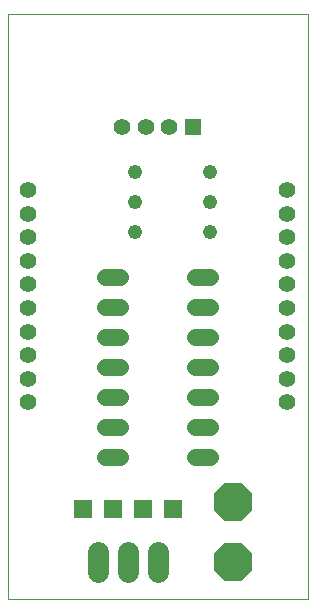
<source format=gts>
G75*
%MOIN*%
%OFA0B0*%
%FSLAX24Y24*%
%IPPOS*%
%LPD*%
%AMOC8*
5,1,8,0,0,1.08239X$1,22.5*
%
%ADD10C,0.0000*%
%ADD11C,0.0480*%
%ADD12R,0.0634X0.0634*%
%ADD13C,0.0555*%
%ADD14C,0.0560*%
%ADD15C,0.0690*%
%ADD16OC8,0.1280*%
%ADD17R,0.0555X0.0555*%
D10*
X000680Y000680D02*
X000680Y020180D01*
X010680Y020180D01*
X010680Y000680D01*
X000680Y000680D01*
D11*
X004930Y012930D03*
X004930Y013930D03*
X004930Y014930D03*
X007430Y014930D03*
X007430Y013930D03*
X007430Y012930D03*
D12*
X006180Y003680D03*
X005180Y003680D03*
X004180Y003680D03*
X003180Y003680D03*
D13*
X001349Y007243D03*
X001349Y008030D03*
X001349Y008818D03*
X001349Y009605D03*
X001349Y010393D03*
X001349Y011180D03*
X001349Y011967D03*
X001349Y012755D03*
X001349Y013542D03*
X001349Y014330D03*
X004499Y016430D03*
X005286Y016430D03*
X006074Y016430D03*
X010011Y014330D03*
X010011Y013542D03*
X010011Y012755D03*
X010011Y011967D03*
X010011Y011180D03*
X010011Y010393D03*
X010011Y009605D03*
X010011Y008818D03*
X010011Y008030D03*
X010011Y007243D03*
D14*
X007440Y007430D02*
X006920Y007430D01*
X006920Y006430D02*
X007440Y006430D01*
X007440Y005430D02*
X006920Y005430D01*
X006920Y008430D02*
X007440Y008430D01*
X007440Y009430D02*
X006920Y009430D01*
X006920Y010430D02*
X007440Y010430D01*
X007440Y011430D02*
X006920Y011430D01*
X004440Y011430D02*
X003920Y011430D01*
X003920Y010430D02*
X004440Y010430D01*
X004440Y009430D02*
X003920Y009430D01*
X003920Y008430D02*
X004440Y008430D01*
X004440Y007430D02*
X003920Y007430D01*
X003920Y006430D02*
X004440Y006430D01*
X004440Y005430D02*
X003920Y005430D01*
D15*
X003680Y002255D02*
X003680Y001605D01*
X004680Y001605D02*
X004680Y002255D01*
X005680Y002255D02*
X005680Y001605D01*
D16*
X008180Y001930D03*
X008180Y003930D03*
D17*
X006861Y016430D03*
M02*

</source>
